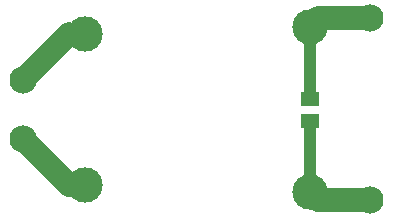
<source format=gbr>
G04 DipTrace 2.4.0.2*
%INBottom.gbr*%
%MOIN*%
%ADD13C,0.02*%
%ADD14C,0.08*%
%ADD15C,0.04*%
%ADD16C,0.0906*%
%ADD17C,0.1181*%
%ADD18R,0.0591X0.0512*%
%FSLAX44Y44*%
G04*
G70*
G90*
G75*
G01*
%LNBottom*%
%LPD*%
X7901Y11169D2*
D13*
X7355D1*
D14*
X5818Y9632D1*
X7901Y6129D2*
D13*
X7352D1*
D14*
X5818Y7663D1*
X17393Y11679D2*
X15655D1*
D13*
X15381Y11405D1*
D15*
Y9005D1*
D13*
X15380Y9004D1*
X17393Y5616D2*
D14*
X15658D1*
D13*
X15381Y5893D1*
D15*
Y8255D1*
D13*
X15380Y8256D1*
D16*
X5818Y7663D3*
X17393Y5616D3*
Y11679D3*
X5818Y9632D3*
D17*
X7901Y6129D3*
Y11169D3*
X15381Y5893D3*
Y11405D3*
D18*
X15380Y8256D3*
Y9004D3*
M02*

</source>
